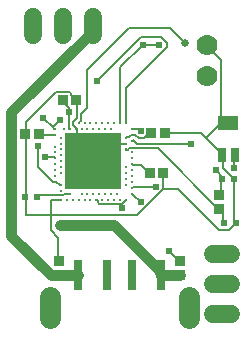
<source format=gbr>
G04 EAGLE Gerber X2 export*
G75*
%MOMM*%
%FSLAX34Y34*%
%LPD*%
%AMOC8*
5,1,8,0,0,1.08239X$1,22.5*%
G01*
%ADD10R,0.600000X0.600000*%
%ADD11R,0.850000X0.900000*%
%ADD12C,1.524000*%
%ADD13C,1.778000*%
%ADD14R,4.850000X4.850000*%
%ADD15C,0.275000*%
%ADD16R,0.800000X2.500000*%
%ADD17C,1.778000*%
%ADD18R,0.900000X0.850000*%
%ADD19R,0.740000X1.250000*%
%ADD20R,1.800000X1.250000*%
%ADD21C,0.654800*%
%ADD22C,0.152400*%
%ADD23C,0.604800*%
%ADD24C,0.914400*%


D10*
X48942Y212090D03*
X38942Y212090D03*
D11*
X50250Y265430D03*
X38650Y265430D03*
X144060Y232410D03*
X155660Y232410D03*
X156930Y266700D03*
X145330Y266700D03*
X70400Y294640D03*
X82000Y294640D03*
D12*
X45720Y349250D02*
X45720Y364490D01*
X71120Y364490D02*
X71120Y349250D01*
X96520Y349250D02*
X96520Y364490D01*
X198120Y163830D02*
X213360Y163830D01*
X213360Y138430D02*
X198120Y138430D01*
X198120Y113030D02*
X213360Y113030D01*
D13*
X192720Y314660D03*
X192720Y340660D03*
D14*
X96520Y242570D03*
D15*
X69020Y242570D03*
X69020Y247570D03*
X69020Y252570D03*
X69020Y257570D03*
X69020Y262570D03*
X64020Y265070D03*
X64020Y255070D03*
X64020Y250070D03*
X64020Y245070D03*
X64020Y240070D03*
X69020Y237570D03*
X69020Y232570D03*
X64020Y235070D03*
X64020Y230070D03*
X64020Y225070D03*
X69020Y222570D03*
X69020Y217570D03*
X69020Y210070D03*
X74020Y210070D03*
X76520Y215070D03*
X79020Y210070D03*
X84020Y210070D03*
X89020Y210070D03*
X94020Y210070D03*
X99020Y210070D03*
X104020Y210070D03*
X109020Y210070D03*
X114020Y210070D03*
X119020Y210070D03*
X124020Y210070D03*
X116520Y215070D03*
X111520Y215070D03*
X106520Y215070D03*
X101520Y215070D03*
X96520Y215070D03*
X91520Y215070D03*
X86520Y215070D03*
X124020Y222570D03*
X129020Y220070D03*
X129020Y215070D03*
X129020Y225070D03*
X124020Y227570D03*
X129020Y230070D03*
X124020Y232570D03*
X124020Y237570D03*
X129020Y235070D03*
X129020Y240070D03*
X129020Y245070D03*
X129020Y250070D03*
X124020Y252570D03*
X124020Y257570D03*
X129020Y260070D03*
X124020Y262570D03*
X129020Y270070D03*
X64020Y270070D03*
X76520Y270070D03*
X81520Y270070D03*
X86520Y270070D03*
X89020Y275070D03*
X91520Y270070D03*
X94020Y275070D03*
X96520Y270070D03*
X99020Y275070D03*
X101520Y270070D03*
X104020Y275070D03*
X106520Y270070D03*
X109020Y275070D03*
X111520Y270070D03*
X114020Y275070D03*
X119020Y275070D03*
X124020Y275070D03*
X71520Y270070D03*
X84020Y275070D03*
D16*
X108348Y146584D03*
X128888Y146584D03*
X83110Y146584D03*
D17*
X60118Y127274D02*
X60118Y109494D01*
X177118Y109494D02*
X177118Y127274D01*
D16*
X153618Y146584D03*
D18*
X169672Y146600D03*
X169672Y158200D03*
X67564Y157946D03*
X67564Y146346D03*
D10*
X207090Y190500D03*
X217090Y190500D03*
X205820Y227330D03*
X215820Y227330D03*
D18*
X203200Y202480D03*
X203200Y214080D03*
D19*
X216120Y247870D03*
D20*
X210820Y275370D03*
D19*
X205520Y247870D03*
D21*
X174244Y342392D03*
D22*
X161036Y355600D01*
X127000Y355600D01*
X90932Y319532D01*
X90932Y287528D01*
X85852Y282448D01*
X85852Y277079D01*
X85359Y276586D01*
X85359Y276409D01*
X84020Y275070D01*
X160338Y166688D02*
X168275Y158750D01*
X169672Y158200D01*
D23*
X160338Y166688D03*
D22*
X82550Y255588D02*
X82550Y257175D01*
X82550Y269875D01*
X82550Y255588D02*
X95250Y242888D01*
X96520Y242570D01*
X82550Y257175D02*
X123825Y257175D01*
X124020Y257570D01*
X96520Y242570D02*
X82550Y257175D01*
X82550Y279400D02*
X82550Y293688D01*
X82550Y279400D02*
X79375Y276225D01*
X79375Y273050D01*
X82550Y269875D01*
X82550Y293688D02*
X82000Y294640D01*
X81520Y270070D02*
X82550Y269875D01*
X39688Y239713D02*
X39751Y197231D01*
X60579Y197231D01*
X60706Y209804D01*
X61151Y210122D01*
X39688Y239713D02*
X39688Y265113D01*
X61151Y210122D02*
X69020Y210070D01*
X39688Y265113D02*
X38650Y265430D01*
X39688Y239713D02*
X39688Y212725D01*
X38942Y212090D01*
X66675Y177800D02*
X66675Y158750D01*
X66675Y177800D02*
X60325Y184150D01*
X60325Y196850D02*
X60579Y197231D01*
X60325Y196850D02*
X60325Y184150D01*
X66675Y158750D02*
X67564Y157946D01*
X155575Y219075D02*
X155575Y231775D01*
X155575Y219075D02*
X133350Y196850D01*
X60325Y196850D01*
X155575Y231775D02*
X155660Y232410D01*
X80963Y295275D02*
X77788Y298450D01*
X77788Y300038D01*
X76200Y301625D01*
X65088Y301625D01*
X39688Y276225D01*
X39688Y266700D01*
X80963Y295275D02*
X82000Y294640D01*
X39688Y266700D02*
X38650Y265430D01*
X215900Y227013D02*
X215900Y190500D01*
X215900Y227013D02*
X215820Y227330D01*
X215900Y190500D02*
X217090Y190500D01*
X187325Y266700D02*
X156930Y266700D01*
X192088Y261938D02*
X204788Y249238D01*
X192088Y261938D02*
X187325Y266700D01*
X204788Y249238D02*
X205520Y247870D01*
X204788Y274638D02*
X209550Y274638D01*
X204788Y274638D02*
X192088Y261938D01*
X209550Y274638D02*
X210820Y275370D01*
X206375Y236538D02*
X214313Y228600D01*
X206375Y236538D02*
X206375Y247650D01*
X214313Y228600D02*
X215820Y227330D01*
X206375Y247650D02*
X205520Y247870D01*
X204788Y274638D02*
X204788Y328613D01*
X193675Y339725D01*
X204788Y274638D02*
X210820Y275370D01*
X193675Y339725D02*
X192720Y340660D01*
X168275Y219075D02*
X155575Y219075D01*
X168275Y219075D02*
X203200Y184150D01*
X211138Y184150D01*
X217488Y190500D01*
X217090Y190500D01*
X68263Y222250D02*
X65088Y225425D01*
X64020Y225070D01*
X68263Y222250D02*
X69020Y222570D01*
X61913Y271463D02*
X53975Y279400D01*
X61913Y271463D02*
X63500Y269875D01*
X64020Y270070D01*
X63500Y225425D02*
X61913Y225425D01*
X49213Y238125D01*
X49213Y255588D01*
X63500Y225425D02*
X64020Y225070D01*
X100013Y209550D02*
X100013Y207963D01*
X101600Y206375D01*
X120650Y206375D01*
X123825Y209550D01*
X100013Y209550D02*
X99020Y210070D01*
X123825Y209550D02*
X124020Y210070D01*
X120650Y206375D02*
X120650Y203200D01*
X119063Y276225D02*
X119063Y322263D01*
X138113Y341313D01*
X119063Y276225D02*
X119020Y275070D01*
X138113Y341313D02*
X152400Y341313D01*
X68263Y277813D02*
X61913Y271463D01*
D23*
X53975Y279400D03*
X49213Y255588D03*
X120650Y203200D03*
X138113Y341313D03*
X152400Y341313D03*
X68263Y277813D03*
D22*
X123825Y276225D02*
X123825Y304800D01*
X158750Y339725D01*
X158750Y342900D01*
X153988Y347663D01*
X136525Y347663D01*
X99568Y310706D01*
X123825Y276225D02*
X124020Y275070D01*
D23*
X99568Y310706D03*
D22*
X130175Y269875D02*
X134938Y269875D01*
X136525Y268288D01*
X130175Y269875D02*
X129020Y270070D01*
D23*
X136525Y268288D03*
D22*
X76520Y215070D02*
X71697Y215070D01*
X70536Y213909D01*
X50761Y213909D02*
X48942Y212090D01*
X50761Y213909D02*
X70536Y213909D01*
X63500Y265113D02*
X50800Y265113D01*
X63500Y265113D02*
X64020Y265070D01*
X50800Y265113D02*
X50250Y265430D01*
X76200Y284163D02*
X76200Y287338D01*
X76200Y284163D02*
X76200Y269875D01*
X76200Y287338D02*
X69850Y293688D01*
X76520Y270070D02*
X76200Y269875D01*
X69850Y293688D02*
X70400Y294640D01*
X130175Y260350D02*
X133350Y257175D01*
X179388Y257175D01*
X130175Y260350D02*
X129020Y260070D01*
D23*
X179388Y257175D03*
X76200Y284163D03*
D22*
X130175Y239713D02*
X136525Y239713D01*
X142875Y233363D01*
X130175Y239713D02*
X129020Y240070D01*
X142875Y233363D02*
X144060Y232410D01*
X127000Y263525D02*
X123825Y263525D01*
X127000Y263525D02*
X128588Y265113D01*
X131763Y265113D01*
X134938Y261938D01*
X139700Y261938D01*
X144463Y266700D01*
X124020Y262570D02*
X123825Y263525D01*
X144463Y266700D02*
X145330Y266700D01*
X125413Y252413D02*
X123825Y252413D01*
X125413Y252413D02*
X127000Y254000D01*
X150813Y254000D01*
X203200Y201613D01*
X124020Y252570D02*
X123825Y252413D01*
X206375Y198438D02*
X206375Y190500D01*
X206375Y198438D02*
X203200Y201613D01*
X206375Y190500D02*
X207090Y190500D01*
X203200Y201613D02*
X203200Y202480D01*
X204788Y215900D02*
X204788Y227013D01*
X204788Y215900D02*
X203200Y214313D01*
X204788Y227013D02*
X205820Y227330D01*
X203200Y214313D02*
X203200Y214080D01*
X215900Y236538D02*
X215900Y247650D01*
X200025Y234950D02*
X206375Y228600D01*
X215900Y247650D02*
X216120Y247870D01*
X206375Y228600D02*
X205820Y227330D01*
D23*
X215900Y236538D03*
X200025Y234950D03*
D22*
X63500Y246063D02*
X55563Y246063D01*
X63500Y246063D02*
X64020Y245070D01*
D23*
X55563Y246063D03*
D24*
X68263Y146050D02*
X82550Y146050D01*
X68263Y146050D02*
X67564Y146346D01*
X82550Y146050D02*
X83110Y146584D01*
X63500Y146050D02*
X60325Y146050D01*
X26988Y179388D01*
X26988Y284163D01*
X95250Y352425D01*
X95250Y355600D01*
X67564Y146346D02*
X63500Y146050D01*
X95250Y355600D02*
X96520Y356870D01*
X153988Y146050D02*
X168275Y146050D01*
X169672Y146600D01*
X153988Y146050D02*
X153618Y146584D01*
X152400Y150813D02*
X114300Y188913D01*
X68263Y188913D01*
X152400Y150813D02*
X153618Y146584D01*
D23*
X68263Y188913D03*
D22*
X130175Y220663D02*
X149225Y220663D01*
X130175Y220663D02*
X129020Y220070D01*
D23*
X149225Y220663D03*
D22*
X136525Y207963D02*
X130175Y214313D01*
X129020Y215070D01*
D23*
X136525Y207963D03*
M02*

</source>
